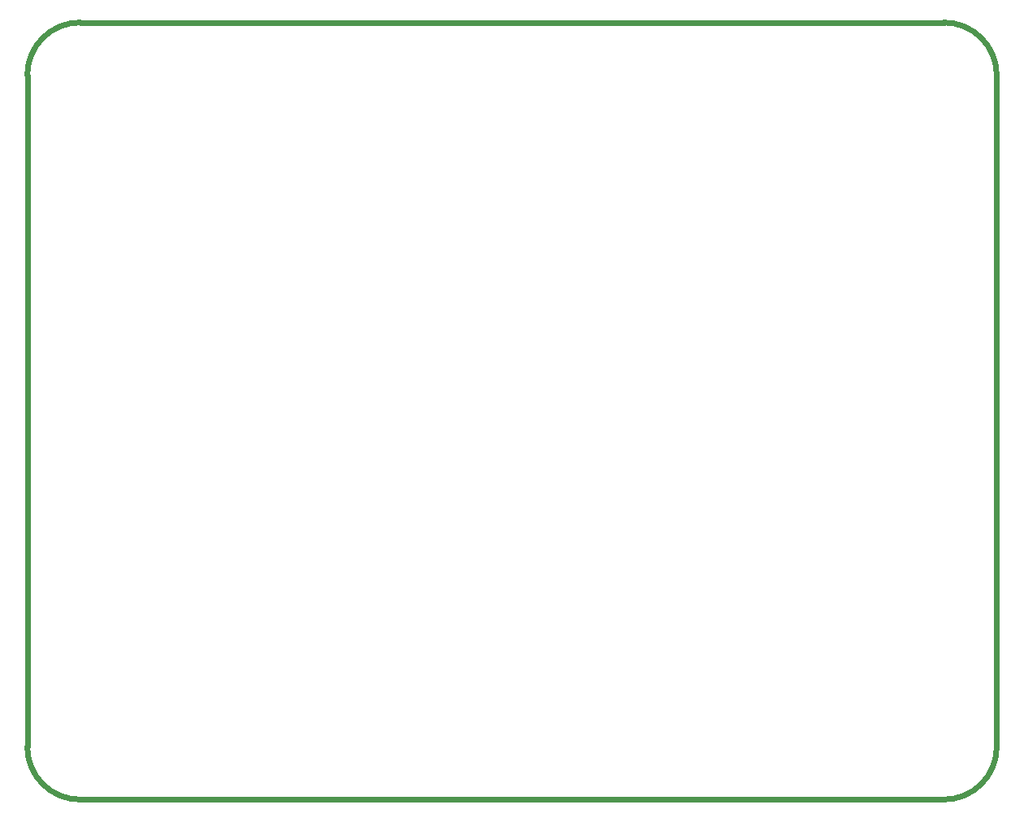
<source format=gbr>
%TF.GenerationSoftware,KiCad,Pcbnew,8.0.2*%
%TF.CreationDate,2024-05-27T20:09:12+01:00*%
%TF.ProjectId,StepUp,53746570-5570-42e6-9b69-6361645f7063,v1.0*%
%TF.SameCoordinates,Original*%
%TF.FileFunction,Profile,NP*%
%FSLAX46Y46*%
G04 Gerber Fmt 4.6, Leading zero omitted, Abs format (unit mm)*
G04 Created by KiCad (PCBNEW 8.0.2) date 2024-05-27 20:09:12*
%MOMM*%
%LPD*%
G01*
G04 APERTURE LIST*
%TA.AperFunction,Profile*%
%ADD10C,0.600000*%
%TD*%
G04 APERTURE END LIST*
D10*
X84500000Y-70000000D02*
G75*
G02*
X90000000Y-64500000I5500000J0D01*
G01*
X180000000Y-64500000D02*
X90000000Y-64500000D01*
X90000000Y-145500000D02*
G75*
G02*
X84500000Y-140000000I0J5500000D01*
G01*
X185500000Y-140000000D02*
G75*
G02*
X180000000Y-145500000I-5500000J0D01*
G01*
X84500000Y-70000000D02*
X84500000Y-140000000D01*
X180000000Y-64500000D02*
G75*
G02*
X185500000Y-70000000I0J-5500000D01*
G01*
X90000000Y-145500000D02*
X180000000Y-145500000D01*
X185500000Y-140000000D02*
X185500000Y-70000000D01*
M02*

</source>
